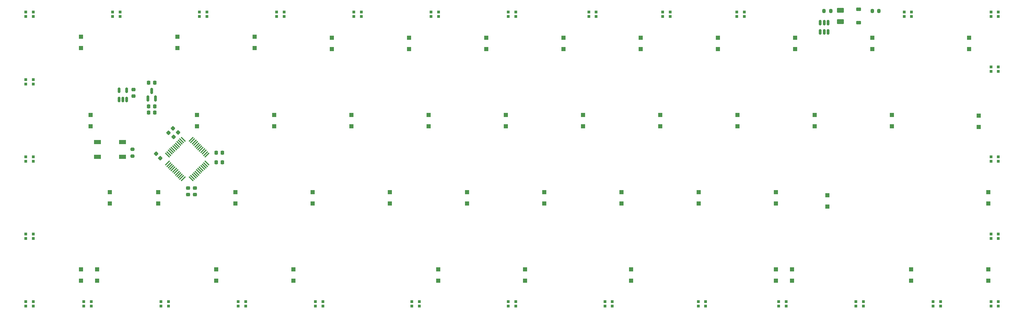
<source format=gbr>
%TF.GenerationSoftware,KiCad,Pcbnew,(7.0.0)*%
%TF.CreationDate,2023-11-21T21:36:59+01:00*%
%TF.ProjectId,forti proto,666f7274-6920-4707-926f-746f2e6b6963,rev?*%
%TF.SameCoordinates,Original*%
%TF.FileFunction,Paste,Bot*%
%TF.FilePolarity,Positive*%
%FSLAX46Y46*%
G04 Gerber Fmt 4.6, Leading zero omitted, Abs format (unit mm)*
G04 Created by KiCad (PCBNEW (7.0.0)) date 2023-11-21 21:36:59*
%MOMM*%
%LPD*%
G01*
G04 APERTURE LIST*
G04 Aperture macros list*
%AMRoundRect*
0 Rectangle with rounded corners*
0 $1 Rounding radius*
0 $2 $3 $4 $5 $6 $7 $8 $9 X,Y pos of 4 corners*
0 Add a 4 corners polygon primitive as box body*
4,1,4,$2,$3,$4,$5,$6,$7,$8,$9,$2,$3,0*
0 Add four circle primitives for the rounded corners*
1,1,$1+$1,$2,$3*
1,1,$1+$1,$4,$5*
1,1,$1+$1,$6,$7*
1,1,$1+$1,$8,$9*
0 Add four rect primitives between the rounded corners*
20,1,$1+$1,$2,$3,$4,$5,0*
20,1,$1+$1,$4,$5,$6,$7,0*
20,1,$1+$1,$6,$7,$8,$9,0*
20,1,$1+$1,$8,$9,$2,$3,0*%
G04 Aperture macros list end*
%ADD10RoundRect,0.105000X-0.245000X-0.245000X0.245000X-0.245000X0.245000X0.245000X-0.245000X0.245000X0*%
%ADD11RoundRect,0.250000X0.300000X-0.300000X0.300000X0.300000X-0.300000X0.300000X-0.300000X-0.300000X0*%
%ADD12RoundRect,0.105000X0.245000X0.245000X-0.245000X0.245000X-0.245000X-0.245000X0.245000X-0.245000X0*%
%ADD13RoundRect,0.200000X-0.200000X-0.275000X0.200000X-0.275000X0.200000X0.275000X-0.200000X0.275000X0*%
%ADD14RoundRect,0.200000X0.200000X0.275000X-0.200000X0.275000X-0.200000X-0.275000X0.200000X-0.275000X0*%
%ADD15RoundRect,0.150000X0.150000X-0.512500X0.150000X0.512500X-0.150000X0.512500X-0.150000X-0.512500X0*%
%ADD16R,1.800000X1.100000*%
%ADD17RoundRect,0.225000X-0.250000X0.225000X-0.250000X-0.225000X0.250000X-0.225000X0.250000X0.225000X0*%
%ADD18RoundRect,0.225000X0.335876X0.017678X0.017678X0.335876X-0.335876X-0.017678X-0.017678X-0.335876X0*%
%ADD19RoundRect,0.225000X0.375000X-0.225000X0.375000X0.225000X-0.375000X0.225000X-0.375000X-0.225000X0*%
%ADD20RoundRect,0.225000X-0.225000X-0.250000X0.225000X-0.250000X0.225000X0.250000X-0.225000X0.250000X0*%
%ADD21RoundRect,0.070000X0.521491X-0.422496X-0.422496X0.521491X-0.521491X0.422496X0.422496X-0.521491X0*%
%ADD22RoundRect,0.070000X0.521491X0.422496X0.422496X0.521491X-0.521491X-0.422496X-0.422496X-0.521491X0*%
%ADD23RoundRect,0.150000X0.150000X-0.587500X0.150000X0.587500X-0.150000X0.587500X-0.150000X-0.587500X0*%
%ADD24RoundRect,0.225000X0.225000X0.250000X-0.225000X0.250000X-0.225000X-0.250000X0.225000X-0.250000X0*%
%ADD25RoundRect,0.200000X0.275000X-0.200000X0.275000X0.200000X-0.275000X0.200000X-0.275000X-0.200000X0*%
%ADD26RoundRect,0.225000X0.017678X-0.335876X0.335876X-0.017678X-0.017678X0.335876X-0.335876X0.017678X0*%
%ADD27RoundRect,0.225000X0.250000X-0.225000X0.250000X0.225000X-0.250000X0.225000X-0.250000X-0.225000X0*%
%ADD28RoundRect,0.250000X-0.625000X0.375000X-0.625000X-0.375000X0.625000X-0.375000X0.625000X0.375000X0*%
G04 APERTURE END LIST*
D10*
%TO.C,LED2*%
X30041250Y-70400000D03*
X30041250Y-69300000D03*
X31871250Y-69300000D03*
X31871250Y-70400000D03*
%TD*%
D11*
%TO.C,D29*%
X119856250Y-80775000D03*
X119856250Y-77975000D03*
%TD*%
%TO.C,D36*%
X267493750Y-80775000D03*
X267493750Y-77975000D03*
%TD*%
%TO.C,D13*%
X46037500Y-61725000D03*
X46037500Y-58925000D03*
%TD*%
D10*
%TO.C,LED23*%
X149103750Y-34681250D03*
X149103750Y-33581250D03*
X150933750Y-33581250D03*
X150933750Y-34681250D03*
%TD*%
D11*
%TO.C,D40*%
X131762500Y-99825000D03*
X131762500Y-97025000D03*
%TD*%
D12*
%TO.C,LED11*%
X197765000Y-105018750D03*
X197765000Y-106118750D03*
X195935000Y-106118750D03*
X195935000Y-105018750D03*
%TD*%
D11*
%TO.C,D20*%
X186531250Y-61725000D03*
X186531250Y-58925000D03*
%TD*%
%TO.C,D26*%
X62706250Y-80775000D03*
X62706250Y-77975000D03*
%TD*%
D13*
%TO.C,R1*%
X238887500Y-33337500D03*
X240537500Y-33337500D03*
%TD*%
D11*
%TO.C,D22*%
X224631250Y-61725000D03*
X224631250Y-58925000D03*
%TD*%
D12*
%TO.C,LED5*%
X46158750Y-105018750D03*
X46158750Y-106118750D03*
X44328750Y-106118750D03*
X44328750Y-105018750D03*
%TD*%
D10*
%TO.C,LED25*%
X91953750Y-34681250D03*
X91953750Y-33581250D03*
X93783750Y-33581250D03*
X93783750Y-34681250D03*
%TD*%
D12*
%TO.C,LED10*%
X174746250Y-105018750D03*
X174746250Y-106118750D03*
X172916250Y-106118750D03*
X172916250Y-105018750D03*
%TD*%
D11*
%TO.C,D32*%
X177006250Y-80775000D03*
X177006250Y-77975000D03*
%TD*%
D14*
%TO.C,R2*%
X228631250Y-33337500D03*
X226981250Y-33337500D03*
%TD*%
D10*
%TO.C,LED30*%
X130053750Y-34681250D03*
X130053750Y-33581250D03*
X131883750Y-33581250D03*
X131883750Y-34681250D03*
%TD*%
%TO.C,LED21*%
X187203750Y-34681250D03*
X187203750Y-33581250D03*
X189033750Y-33581250D03*
X189033750Y-34681250D03*
%TD*%
D12*
%TO.C,LED14*%
X269996250Y-105018750D03*
X269996250Y-106118750D03*
X268166250Y-106118750D03*
X268166250Y-105018750D03*
%TD*%
D11*
%TO.C,D15*%
X91281250Y-61725000D03*
X91281250Y-58925000D03*
%TD*%
%TO.C,D41*%
X96043750Y-99825000D03*
X96043750Y-97025000D03*
%TD*%
D12*
%TO.C,LED7*%
X84258750Y-105018750D03*
X84258750Y-106118750D03*
X82428750Y-106118750D03*
X82428750Y-105018750D03*
%TD*%
%TO.C,LED12*%
X217608750Y-105018750D03*
X217608750Y-106118750D03*
X215778750Y-106118750D03*
X215778750Y-105018750D03*
%TD*%
D10*
%TO.C,LED20*%
X205460000Y-34681250D03*
X205460000Y-33581250D03*
X207290000Y-33581250D03*
X207290000Y-34681250D03*
%TD*%
D11*
%TO.C,D31*%
X157956250Y-80775000D03*
X157956250Y-77975000D03*
%TD*%
%TO.C,D21*%
X205581250Y-61725000D03*
X205581250Y-58925000D03*
%TD*%
%TO.C,D4*%
X105568750Y-42675000D03*
X105568750Y-39875000D03*
%TD*%
%TO.C,D9*%
X200818750Y-42675000D03*
X200818750Y-39875000D03*
%TD*%
D12*
%TO.C,LED6*%
X65208750Y-105018750D03*
X65208750Y-106118750D03*
X63378750Y-106118750D03*
X63378750Y-105018750D03*
%TD*%
D11*
%TO.C,D34*%
X215106250Y-80775000D03*
X215106250Y-77975000D03*
%TD*%
%TO.C,D24*%
X265112500Y-61912500D03*
X265112500Y-59112500D03*
%TD*%
%TO.C,D27*%
X81756250Y-80775000D03*
X81756250Y-77975000D03*
%TD*%
D12*
%TO.C,LED16*%
X269996250Y-69300000D03*
X269996250Y-70400000D03*
X268166250Y-70400000D03*
X268166250Y-69300000D03*
%TD*%
D11*
%TO.C,D16*%
X110331250Y-61725000D03*
X110331250Y-58925000D03*
%TD*%
D10*
%TO.C,LED26*%
X72903750Y-34681250D03*
X72903750Y-33581250D03*
X74733750Y-33581250D03*
X74733750Y-34681250D03*
%TD*%
D11*
%TO.C,D3*%
X86518750Y-42487500D03*
X86518750Y-39687500D03*
%TD*%
D15*
%TO.C,U4*%
X54925000Y-55112500D03*
X53975000Y-55112500D03*
X53025000Y-55112500D03*
X53025000Y-52837500D03*
X54925000Y-52837500D03*
%TD*%
D11*
%TO.C,D42*%
X153193750Y-99825000D03*
X153193750Y-97025000D03*
%TD*%
%TO.C,D28*%
X100806250Y-80775000D03*
X100806250Y-77975000D03*
%TD*%
D16*
%TO.C,SW2*%
X53899999Y-65618749D03*
X47699999Y-65618749D03*
X53899999Y-69318749D03*
X47699999Y-69318749D03*
%TD*%
D11*
%TO.C,D10*%
X219868750Y-42675000D03*
X219868750Y-39875000D03*
%TD*%
D10*
%TO.C,LED31*%
X51472500Y-34681250D03*
X51472500Y-33581250D03*
X53302500Y-33581250D03*
X53302500Y-34681250D03*
%TD*%
D12*
%TO.C,LED8*%
X103308750Y-105018750D03*
X103308750Y-106118750D03*
X101478750Y-106118750D03*
X101478750Y-105018750D03*
%TD*%
D17*
%TO.C,C8*%
X70105094Y-77012500D03*
X70105094Y-78562500D03*
%TD*%
D18*
%TO.C,C5*%
X63254258Y-69604258D03*
X62158242Y-68508242D03*
%TD*%
D19*
%TO.C,D_PWR1*%
X235493750Y-36172840D03*
X235493750Y-32872840D03*
%TD*%
D11*
%TO.C,D38*%
X47625000Y-99825000D03*
X47625000Y-97025000D03*
%TD*%
D10*
%TO.C,LED1*%
X30041250Y-51350000D03*
X30041250Y-50250000D03*
X31871250Y-50250000D03*
X31871250Y-51350000D03*
%TD*%
D11*
%TO.C,D43*%
X215106250Y-99825000D03*
X215106250Y-97025000D03*
%TD*%
%TO.C,D2*%
X67468750Y-42487500D03*
X67468750Y-39687500D03*
%TD*%
D20*
%TO.C,C9*%
X77012500Y-70643750D03*
X78562500Y-70643750D03*
%TD*%
D11*
%TO.C,D23*%
X243681250Y-61725000D03*
X243681250Y-58925000D03*
%TD*%
%TO.C,D1*%
X43656250Y-42487500D03*
X43656250Y-39687500D03*
%TD*%
%TO.C,D39*%
X76993750Y-99825000D03*
X76993750Y-97025000D03*
%TD*%
%TO.C,D30*%
X138906250Y-80775000D03*
X138906250Y-77975000D03*
%TD*%
D10*
%TO.C,LED19*%
X246735000Y-34681250D03*
X246735000Y-33581250D03*
X248565000Y-33581250D03*
X248565000Y-34681250D03*
%TD*%
D12*
%TO.C,LED15*%
X269996250Y-88350000D03*
X269996250Y-89450000D03*
X268166250Y-89450000D03*
X268166250Y-88350000D03*
%TD*%
D21*
%TO.C,U3*%
X74737876Y-70848788D03*
X74384322Y-71202342D03*
X74030769Y-71555895D03*
X73677215Y-71909449D03*
X73323662Y-72263002D03*
X72970109Y-72616555D03*
X72616555Y-72970109D03*
X72263002Y-73323662D03*
X71909449Y-73677215D03*
X71555895Y-74030769D03*
X71202342Y-74384322D03*
X70848788Y-74737876D03*
D22*
X68851212Y-74737876D03*
X68497658Y-74384322D03*
X68144105Y-74030769D03*
X67790551Y-73677215D03*
X67436998Y-73323662D03*
X67083445Y-72970109D03*
X66729891Y-72616555D03*
X66376338Y-72263002D03*
X66022785Y-71909449D03*
X65669231Y-71555895D03*
X65315678Y-71202342D03*
X64962124Y-70848788D03*
D21*
X64962124Y-68851212D03*
X65315678Y-68497658D03*
X65669231Y-68144105D03*
X66022785Y-67790551D03*
X66376338Y-67436998D03*
X66729891Y-67083445D03*
X67083445Y-66729891D03*
X67436998Y-66376338D03*
X67790551Y-66022785D03*
X68144105Y-65669231D03*
X68497658Y-65315678D03*
X68851212Y-64962124D03*
D22*
X70848788Y-64962124D03*
X71202342Y-65315678D03*
X71555895Y-65669231D03*
X71909449Y-66022785D03*
X72263002Y-66376338D03*
X72616555Y-66729891D03*
X72970109Y-67083445D03*
X73323662Y-67436998D03*
X73677215Y-67790551D03*
X74030769Y-68144105D03*
X74384322Y-68497658D03*
X74737876Y-68851212D03*
%TD*%
D12*
%TO.C,LED17*%
X269996250Y-47075000D03*
X269996250Y-48175000D03*
X268166250Y-48175000D03*
X268166250Y-47075000D03*
%TD*%
D11*
%TO.C,D8*%
X181768750Y-42675000D03*
X181768750Y-39875000D03*
%TD*%
D12*
%TO.C,LED9*%
X127121250Y-105018750D03*
X127121250Y-106118750D03*
X125291250Y-106118750D03*
X125291250Y-105018750D03*
%TD*%
D23*
%TO.C,U2*%
X62068750Y-54912500D03*
X60168750Y-54912500D03*
X61118750Y-53037500D03*
%TD*%
D11*
%TO.C,D11*%
X238918750Y-42675000D03*
X238918750Y-39875000D03*
%TD*%
%TO.C,D25*%
X50800000Y-80775000D03*
X50800000Y-77975000D03*
%TD*%
D10*
%TO.C,LED18*%
X268166250Y-34681250D03*
X268166250Y-33581250D03*
X269996250Y-33581250D03*
X269996250Y-34681250D03*
%TD*%
%TO.C,LED27*%
X30041250Y-34681250D03*
X30041250Y-33581250D03*
X31871250Y-33581250D03*
X31871250Y-34681250D03*
%TD*%
D11*
%TO.C,D35*%
X227806250Y-81568750D03*
X227806250Y-78768750D03*
%TD*%
%TO.C,D12*%
X262731250Y-42675000D03*
X262731250Y-39875000D03*
%TD*%
%TO.C,D6*%
X143668750Y-42675000D03*
X143668750Y-39875000D03*
%TD*%
D15*
%TO.C,U1*%
X227962500Y-38443750D03*
X227012500Y-38443750D03*
X226062500Y-38443750D03*
X226062500Y-36168750D03*
X227012500Y-36168750D03*
X227962500Y-36168750D03*
%TD*%
D11*
%TO.C,D17*%
X129381250Y-61725000D03*
X129381250Y-58925000D03*
%TD*%
D12*
%TO.C,LED29*%
X236658750Y-105018750D03*
X236658750Y-106118750D03*
X234828750Y-106118750D03*
X234828750Y-105018750D03*
%TD*%
D11*
%TO.C,D7*%
X162718750Y-42675000D03*
X162718750Y-39875000D03*
%TD*%
D10*
%TO.C,LED24*%
X111003750Y-34681250D03*
X111003750Y-33581250D03*
X112833750Y-33581250D03*
X112833750Y-34681250D03*
%TD*%
D24*
%TO.C,C2*%
X61894558Y-56804873D03*
X60344558Y-56804873D03*
%TD*%
D12*
%TO.C,LED4*%
X31871250Y-105018750D03*
X31871250Y-106118750D03*
X30041250Y-106118750D03*
X30041250Y-105018750D03*
%TD*%
%TO.C,LED28*%
X150933750Y-105018750D03*
X150933750Y-106118750D03*
X149103750Y-106118750D03*
X149103750Y-105018750D03*
%TD*%
D11*
%TO.C,D5*%
X124618750Y-42675000D03*
X124618750Y-39875000D03*
%TD*%
%TO.C,D18*%
X148431250Y-61725000D03*
X148431250Y-58925000D03*
%TD*%
D25*
%TO.C,R6*%
X56356250Y-69087500D03*
X56356250Y-67437500D03*
%TD*%
D11*
%TO.C,D44*%
X219075000Y-99825000D03*
X219075000Y-97025000D03*
%TD*%
D26*
%TO.C,C6*%
X66494471Y-64398395D03*
X67590487Y-63302379D03*
%TD*%
D12*
%TO.C,LED13*%
X255708750Y-105018750D03*
X255708750Y-106118750D03*
X253878750Y-106118750D03*
X253878750Y-105018750D03*
%TD*%
D11*
%TO.C,D14*%
X72231250Y-61725000D03*
X72231250Y-58925000D03*
%TD*%
D27*
%TO.C,C12*%
X56588330Y-54274562D03*
X56588330Y-52724562D03*
%TD*%
D28*
%TO.C,F1*%
X230981250Y-33122840D03*
X230981250Y-35922840D03*
%TD*%
D11*
%TO.C,D46*%
X267493750Y-99825000D03*
X267493750Y-97025000D03*
%TD*%
D20*
%TO.C,C3*%
X60343749Y-58387112D03*
X61893749Y-58387112D03*
%TD*%
D10*
%TO.C,LED22*%
X168947500Y-34681250D03*
X168947500Y-33581250D03*
X170777500Y-33581250D03*
X170777500Y-34681250D03*
%TD*%
%TO.C,LED3*%
X30041250Y-89450000D03*
X30041250Y-88350000D03*
X31871250Y-88350000D03*
X31871250Y-89450000D03*
%TD*%
D17*
%TO.C,C13*%
X71737281Y-77025116D03*
X71737281Y-78575116D03*
%TD*%
D11*
%TO.C,D45*%
X248443750Y-99825000D03*
X248443750Y-97025000D03*
%TD*%
%TO.C,D33*%
X196056250Y-80775000D03*
X196056250Y-77975000D03*
%TD*%
%TO.C,D47*%
X179387500Y-99825000D03*
X179387500Y-97025000D03*
%TD*%
%TO.C,D19*%
X167481250Y-61725000D03*
X167481250Y-58925000D03*
%TD*%
%TO.C,D37*%
X43656250Y-99825000D03*
X43656250Y-97025000D03*
%TD*%
D20*
%TO.C,C1*%
X60343750Y-51012500D03*
X61893750Y-51012500D03*
%TD*%
%TO.C,C7*%
X77012500Y-68281250D03*
X78562500Y-68281250D03*
%TD*%
D26*
%TO.C,C4*%
X65211544Y-63395111D03*
X66307560Y-62299095D03*
%TD*%
M02*

</source>
